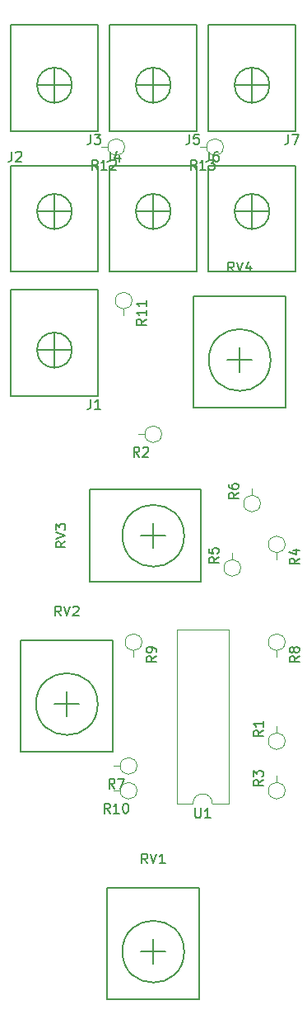
<source format=gbr>
%TF.GenerationSoftware,KiCad,Pcbnew,(5.1.6-0)*%
%TF.CreationDate,2022-12-01T22:05:58-05:00*%
%TF.ProjectId,MACRO,4d414352-4f2e-46b6-9963-61645f706362,rev?*%
%TF.SameCoordinates,Original*%
%TF.FileFunction,Legend,Top*%
%TF.FilePolarity,Positive*%
%FSLAX46Y46*%
G04 Gerber Fmt 4.6, Leading zero omitted, Abs format (unit mm)*
G04 Created by KiCad (PCBNEW (5.1.6-0)) date 2022-12-01 22:05:58*
%MOMM*%
%LPD*%
G01*
G04 APERTURE LIST*
%ADD10C,0.150000*%
%ADD11C,0.120000*%
G04 APERTURE END LIST*
D10*
%TO.C,RV3*%
X78510000Y-94056000D02*
X78510000Y-103556000D01*
X67160000Y-94056000D02*
X67160000Y-103556000D01*
X78510000Y-103556000D02*
X67160000Y-103556000D01*
X78510000Y-94056000D02*
X67160000Y-94056000D01*
X76835000Y-98806000D02*
G75*
G03*
X76835000Y-98806000I-3175000J0D01*
G01*
X74930000Y-98806000D02*
X72390000Y-98806000D01*
X73660000Y-97536000D02*
X73660000Y-100076000D01*
%TO.C,RV4*%
X87300000Y-85622000D02*
X77800000Y-85622000D01*
X87300000Y-74272000D02*
X77800000Y-74272000D01*
X77800000Y-85622000D02*
X77800000Y-74272000D01*
X87300000Y-85622000D02*
X87300000Y-74272000D01*
X85725000Y-80772000D02*
G75*
G03*
X85725000Y-80772000I-3175000J0D01*
G01*
X82550000Y-82042000D02*
X82550000Y-79502000D01*
X83820000Y-80772000D02*
X81280000Y-80772000D01*
D11*
%TO.C,R4*%
X87220000Y-99695000D02*
G75*
G03*
X87220000Y-99695000I-860000J0D01*
G01*
X86360000Y-100555000D02*
X86360000Y-101235000D01*
%TO.C,R6*%
X84680000Y-95504000D02*
G75*
G03*
X84680000Y-95504000I-860000J0D01*
G01*
X83820000Y-94644000D02*
X83820000Y-93964000D01*
%TO.C,R7*%
X71980000Y-122428000D02*
G75*
G03*
X71980000Y-122428000I-860000J0D01*
G01*
X70260000Y-122428000D02*
X69580000Y-122428000D01*
%TO.C,R8*%
X87220000Y-109728000D02*
G75*
G03*
X87220000Y-109728000I-860000J0D01*
G01*
X86360000Y-110588000D02*
X86360000Y-111268000D01*
%TO.C,R9*%
X72488000Y-109728000D02*
G75*
G03*
X72488000Y-109728000I-860000J0D01*
G01*
X71628000Y-110588000D02*
X71628000Y-111268000D01*
%TO.C,R10*%
X71980000Y-124968000D02*
G75*
G03*
X71980000Y-124968000I-860000J0D01*
G01*
X70260000Y-124968000D02*
X69580000Y-124968000D01*
%TO.C,R11*%
X71472000Y-74676000D02*
G75*
G03*
X71472000Y-74676000I-860000J0D01*
G01*
X70612000Y-75536000D02*
X70612000Y-76216000D01*
%TO.C,R12*%
X70710000Y-58928000D02*
G75*
G03*
X70710000Y-58928000I-860000J0D01*
G01*
X68990000Y-58928000D02*
X68310000Y-58928000D01*
%TO.C,R13*%
X80870000Y-58928000D02*
G75*
G03*
X80870000Y-58928000I-860000J0D01*
G01*
X79150000Y-58928000D02*
X78470000Y-58928000D01*
D10*
%TO.C,RV1*%
X78410000Y-146328000D02*
X68910000Y-146328000D01*
X78410000Y-134978000D02*
X68910000Y-134978000D01*
X68910000Y-146328000D02*
X68910000Y-134978000D01*
X78410000Y-146328000D02*
X78410000Y-134978000D01*
X76835000Y-141478000D02*
G75*
G03*
X76835000Y-141478000I-3175000J0D01*
G01*
X73660000Y-142748000D02*
X73660000Y-140208000D01*
X74930000Y-141478000D02*
X72390000Y-141478000D01*
%TO.C,RV2*%
X69520000Y-120928000D02*
X60020000Y-120928000D01*
X69520000Y-109578000D02*
X60020000Y-109578000D01*
X60020000Y-120928000D02*
X60020000Y-109578000D01*
X69520000Y-120928000D02*
X69520000Y-109578000D01*
X67945000Y-116078000D02*
G75*
G03*
X67945000Y-116078000I-3175000J0D01*
G01*
X64770000Y-117348000D02*
X64770000Y-114808000D01*
X66040000Y-116078000D02*
X63500000Y-116078000D01*
D11*
%TO.C,R5*%
X82648000Y-102108000D02*
G75*
G03*
X82648000Y-102108000I-860000J0D01*
G01*
X81788000Y-101248000D02*
X81788000Y-100568000D01*
%TO.C,R2*%
X74520000Y-88392000D02*
G75*
G03*
X74520000Y-88392000I-860000J0D01*
G01*
X72800000Y-88392000D02*
X72120000Y-88392000D01*
%TO.C,R3*%
X87220000Y-124968000D02*
G75*
G03*
X87220000Y-124968000I-860000J0D01*
G01*
X86360000Y-124108000D02*
X86360000Y-123428000D01*
D10*
%TO.C,J3*%
X59000000Y-46378000D02*
X68000000Y-46378000D01*
X59000000Y-57278000D02*
X68000000Y-57278000D01*
X59000000Y-46378000D02*
X59000000Y-57278000D01*
X68000000Y-46378000D02*
X68000000Y-57278000D01*
X65300000Y-52578000D02*
G75*
G03*
X65300000Y-52578000I-1800000J0D01*
G01*
X63500000Y-50778000D02*
X63500000Y-54378000D01*
X61700000Y-52578000D02*
X65300000Y-52578000D01*
%TO.C,J4*%
X78160000Y-71732000D02*
X69160000Y-71732000D01*
X78160000Y-60832000D02*
X69160000Y-60832000D01*
X78160000Y-71732000D02*
X78160000Y-60832000D01*
X69160000Y-71732000D02*
X69160000Y-60832000D01*
X75460000Y-65532000D02*
G75*
G03*
X75460000Y-65532000I-1800000J0D01*
G01*
X73660000Y-67332000D02*
X73660000Y-63732000D01*
X75460000Y-65532000D02*
X71860000Y-65532000D01*
%TO.C,J5*%
X69160000Y-46378000D02*
X78160000Y-46378000D01*
X69160000Y-57278000D02*
X78160000Y-57278000D01*
X69160000Y-46378000D02*
X69160000Y-57278000D01*
X78160000Y-46378000D02*
X78160000Y-57278000D01*
X75460000Y-52578000D02*
G75*
G03*
X75460000Y-52578000I-1800000J0D01*
G01*
X73660000Y-50778000D02*
X73660000Y-54378000D01*
X71860000Y-52578000D02*
X75460000Y-52578000D01*
%TO.C,J6*%
X88320000Y-71732000D02*
X79320000Y-71732000D01*
X88320000Y-60832000D02*
X79320000Y-60832000D01*
X88320000Y-71732000D02*
X88320000Y-60832000D01*
X79320000Y-71732000D02*
X79320000Y-60832000D01*
X85620000Y-65532000D02*
G75*
G03*
X85620000Y-65532000I-1800000J0D01*
G01*
X83820000Y-67332000D02*
X83820000Y-63732000D01*
X85620000Y-65532000D02*
X82020000Y-65532000D01*
%TO.C,J7*%
X79320000Y-46378000D02*
X88320000Y-46378000D01*
X79320000Y-57278000D02*
X88320000Y-57278000D01*
X79320000Y-46378000D02*
X79320000Y-57278000D01*
X88320000Y-46378000D02*
X88320000Y-57278000D01*
X85620000Y-52578000D02*
G75*
G03*
X85620000Y-52578000I-1800000J0D01*
G01*
X83820000Y-50778000D02*
X83820000Y-54378000D01*
X82020000Y-52578000D02*
X85620000Y-52578000D01*
D11*
%TO.C,R1*%
X87220000Y-119888000D02*
G75*
G03*
X87220000Y-119888000I-860000J0D01*
G01*
X86360000Y-119028000D02*
X86360000Y-118348000D01*
D10*
%TO.C,J1*%
X59000000Y-73556000D02*
X68000000Y-73556000D01*
X59000000Y-84456000D02*
X68000000Y-84456000D01*
X59000000Y-73556000D02*
X59000000Y-84456000D01*
X68000000Y-73556000D02*
X68000000Y-84456000D01*
X65300000Y-79756000D02*
G75*
G03*
X65300000Y-79756000I-1800000J0D01*
G01*
X63500000Y-77956000D02*
X63500000Y-81556000D01*
X61700000Y-79756000D02*
X65300000Y-79756000D01*
%TO.C,J2*%
X68000000Y-71732000D02*
X59000000Y-71732000D01*
X68000000Y-60832000D02*
X59000000Y-60832000D01*
X68000000Y-71732000D02*
X68000000Y-60832000D01*
X59000000Y-71732000D02*
X59000000Y-60832000D01*
X65300000Y-65532000D02*
G75*
G03*
X65300000Y-65532000I-1800000J0D01*
G01*
X63500000Y-67332000D02*
X63500000Y-63732000D01*
X65300000Y-65532000D02*
X61700000Y-65532000D01*
D11*
%TO.C,U1*%
X79740000Y-126298000D02*
X81390000Y-126298000D01*
X81390000Y-126298000D02*
X81390000Y-108398000D01*
X81390000Y-108398000D02*
X76090000Y-108398000D01*
X76090000Y-108398000D02*
X76090000Y-126298000D01*
X76090000Y-126298000D02*
X77740000Y-126298000D01*
X77740000Y-126298000D02*
G75*
G02*
X79740000Y-126298000I1000000J0D01*
G01*
%TO.C,RV3*%
D10*
X64612380Y-99401238D02*
X64136190Y-99734571D01*
X64612380Y-99972666D02*
X63612380Y-99972666D01*
X63612380Y-99591714D01*
X63660000Y-99496476D01*
X63707619Y-99448857D01*
X63802857Y-99401238D01*
X63945714Y-99401238D01*
X64040952Y-99448857D01*
X64088571Y-99496476D01*
X64136190Y-99591714D01*
X64136190Y-99972666D01*
X63612380Y-99115523D02*
X64612380Y-98782190D01*
X63612380Y-98448857D01*
X63612380Y-98210761D02*
X63612380Y-97591714D01*
X63993333Y-97925047D01*
X63993333Y-97782190D01*
X64040952Y-97686952D01*
X64088571Y-97639333D01*
X64183809Y-97591714D01*
X64421904Y-97591714D01*
X64517142Y-97639333D01*
X64564761Y-97686952D01*
X64612380Y-97782190D01*
X64612380Y-98067904D01*
X64564761Y-98163142D01*
X64517142Y-98210761D01*
%TO.C,RV4*%
X81954761Y-71724380D02*
X81621428Y-71248190D01*
X81383333Y-71724380D02*
X81383333Y-70724380D01*
X81764285Y-70724380D01*
X81859523Y-70772000D01*
X81907142Y-70819619D01*
X81954761Y-70914857D01*
X81954761Y-71057714D01*
X81907142Y-71152952D01*
X81859523Y-71200571D01*
X81764285Y-71248190D01*
X81383333Y-71248190D01*
X82240476Y-70724380D02*
X82573809Y-71724380D01*
X82907142Y-70724380D01*
X83669047Y-71057714D02*
X83669047Y-71724380D01*
X83430952Y-70676761D02*
X83192857Y-71391047D01*
X83811904Y-71391047D01*
%TO.C,R4*%
X88672380Y-101131666D02*
X88196190Y-101465000D01*
X88672380Y-101703095D02*
X87672380Y-101703095D01*
X87672380Y-101322142D01*
X87720000Y-101226904D01*
X87767619Y-101179285D01*
X87862857Y-101131666D01*
X88005714Y-101131666D01*
X88100952Y-101179285D01*
X88148571Y-101226904D01*
X88196190Y-101322142D01*
X88196190Y-101703095D01*
X88005714Y-100274523D02*
X88672380Y-100274523D01*
X87624761Y-100512619D02*
X88339047Y-100750714D01*
X88339047Y-100131666D01*
%TO.C,R6*%
X82412380Y-94400666D02*
X81936190Y-94734000D01*
X82412380Y-94972095D02*
X81412380Y-94972095D01*
X81412380Y-94591142D01*
X81460000Y-94495904D01*
X81507619Y-94448285D01*
X81602857Y-94400666D01*
X81745714Y-94400666D01*
X81840952Y-94448285D01*
X81888571Y-94495904D01*
X81936190Y-94591142D01*
X81936190Y-94972095D01*
X81412380Y-93543523D02*
X81412380Y-93734000D01*
X81460000Y-93829238D01*
X81507619Y-93876857D01*
X81650476Y-93972095D01*
X81840952Y-94019714D01*
X82221904Y-94019714D01*
X82317142Y-93972095D01*
X82364761Y-93924476D01*
X82412380Y-93829238D01*
X82412380Y-93638761D01*
X82364761Y-93543523D01*
X82317142Y-93495904D01*
X82221904Y-93448285D01*
X81983809Y-93448285D01*
X81888571Y-93495904D01*
X81840952Y-93543523D01*
X81793333Y-93638761D01*
X81793333Y-93829238D01*
X81840952Y-93924476D01*
X81888571Y-93972095D01*
X81983809Y-94019714D01*
%TO.C,R7*%
X69683333Y-124740380D02*
X69350000Y-124264190D01*
X69111904Y-124740380D02*
X69111904Y-123740380D01*
X69492857Y-123740380D01*
X69588095Y-123788000D01*
X69635714Y-123835619D01*
X69683333Y-123930857D01*
X69683333Y-124073714D01*
X69635714Y-124168952D01*
X69588095Y-124216571D01*
X69492857Y-124264190D01*
X69111904Y-124264190D01*
X70016666Y-123740380D02*
X70683333Y-123740380D01*
X70254761Y-124740380D01*
%TO.C,R8*%
X88672380Y-111164666D02*
X88196190Y-111498000D01*
X88672380Y-111736095D02*
X87672380Y-111736095D01*
X87672380Y-111355142D01*
X87720000Y-111259904D01*
X87767619Y-111212285D01*
X87862857Y-111164666D01*
X88005714Y-111164666D01*
X88100952Y-111212285D01*
X88148571Y-111259904D01*
X88196190Y-111355142D01*
X88196190Y-111736095D01*
X88100952Y-110593238D02*
X88053333Y-110688476D01*
X88005714Y-110736095D01*
X87910476Y-110783714D01*
X87862857Y-110783714D01*
X87767619Y-110736095D01*
X87720000Y-110688476D01*
X87672380Y-110593238D01*
X87672380Y-110402761D01*
X87720000Y-110307523D01*
X87767619Y-110259904D01*
X87862857Y-110212285D01*
X87910476Y-110212285D01*
X88005714Y-110259904D01*
X88053333Y-110307523D01*
X88100952Y-110402761D01*
X88100952Y-110593238D01*
X88148571Y-110688476D01*
X88196190Y-110736095D01*
X88291428Y-110783714D01*
X88481904Y-110783714D01*
X88577142Y-110736095D01*
X88624761Y-110688476D01*
X88672380Y-110593238D01*
X88672380Y-110402761D01*
X88624761Y-110307523D01*
X88577142Y-110259904D01*
X88481904Y-110212285D01*
X88291428Y-110212285D01*
X88196190Y-110259904D01*
X88148571Y-110307523D01*
X88100952Y-110402761D01*
%TO.C,R9*%
X73940380Y-111164666D02*
X73464190Y-111498000D01*
X73940380Y-111736095D02*
X72940380Y-111736095D01*
X72940380Y-111355142D01*
X72988000Y-111259904D01*
X73035619Y-111212285D01*
X73130857Y-111164666D01*
X73273714Y-111164666D01*
X73368952Y-111212285D01*
X73416571Y-111259904D01*
X73464190Y-111355142D01*
X73464190Y-111736095D01*
X73940380Y-110688476D02*
X73940380Y-110498000D01*
X73892761Y-110402761D01*
X73845142Y-110355142D01*
X73702285Y-110259904D01*
X73511809Y-110212285D01*
X73130857Y-110212285D01*
X73035619Y-110259904D01*
X72988000Y-110307523D01*
X72940380Y-110402761D01*
X72940380Y-110593238D01*
X72988000Y-110688476D01*
X73035619Y-110736095D01*
X73130857Y-110783714D01*
X73368952Y-110783714D01*
X73464190Y-110736095D01*
X73511809Y-110688476D01*
X73559428Y-110593238D01*
X73559428Y-110402761D01*
X73511809Y-110307523D01*
X73464190Y-110259904D01*
X73368952Y-110212285D01*
%TO.C,R10*%
X69207142Y-127280380D02*
X68873809Y-126804190D01*
X68635714Y-127280380D02*
X68635714Y-126280380D01*
X69016666Y-126280380D01*
X69111904Y-126328000D01*
X69159523Y-126375619D01*
X69207142Y-126470857D01*
X69207142Y-126613714D01*
X69159523Y-126708952D01*
X69111904Y-126756571D01*
X69016666Y-126804190D01*
X68635714Y-126804190D01*
X70159523Y-127280380D02*
X69588095Y-127280380D01*
X69873809Y-127280380D02*
X69873809Y-126280380D01*
X69778571Y-126423238D01*
X69683333Y-126518476D01*
X69588095Y-126566095D01*
X70778571Y-126280380D02*
X70873809Y-126280380D01*
X70969047Y-126328000D01*
X71016666Y-126375619D01*
X71064285Y-126470857D01*
X71111904Y-126661333D01*
X71111904Y-126899428D01*
X71064285Y-127089904D01*
X71016666Y-127185142D01*
X70969047Y-127232761D01*
X70873809Y-127280380D01*
X70778571Y-127280380D01*
X70683333Y-127232761D01*
X70635714Y-127185142D01*
X70588095Y-127089904D01*
X70540476Y-126899428D01*
X70540476Y-126661333D01*
X70588095Y-126470857D01*
X70635714Y-126375619D01*
X70683333Y-126328000D01*
X70778571Y-126280380D01*
%TO.C,R11*%
X72924380Y-76588857D02*
X72448190Y-76922190D01*
X72924380Y-77160285D02*
X71924380Y-77160285D01*
X71924380Y-76779333D01*
X71972000Y-76684095D01*
X72019619Y-76636476D01*
X72114857Y-76588857D01*
X72257714Y-76588857D01*
X72352952Y-76636476D01*
X72400571Y-76684095D01*
X72448190Y-76779333D01*
X72448190Y-77160285D01*
X72924380Y-75636476D02*
X72924380Y-76207904D01*
X72924380Y-75922190D02*
X71924380Y-75922190D01*
X72067238Y-76017428D01*
X72162476Y-76112666D01*
X72210095Y-76207904D01*
X72924380Y-74684095D02*
X72924380Y-75255523D01*
X72924380Y-74969809D02*
X71924380Y-74969809D01*
X72067238Y-75065047D01*
X72162476Y-75160285D01*
X72210095Y-75255523D01*
%TO.C,R12*%
X67937142Y-61240380D02*
X67603809Y-60764190D01*
X67365714Y-61240380D02*
X67365714Y-60240380D01*
X67746666Y-60240380D01*
X67841904Y-60288000D01*
X67889523Y-60335619D01*
X67937142Y-60430857D01*
X67937142Y-60573714D01*
X67889523Y-60668952D01*
X67841904Y-60716571D01*
X67746666Y-60764190D01*
X67365714Y-60764190D01*
X68889523Y-61240380D02*
X68318095Y-61240380D01*
X68603809Y-61240380D02*
X68603809Y-60240380D01*
X68508571Y-60383238D01*
X68413333Y-60478476D01*
X68318095Y-60526095D01*
X69270476Y-60335619D02*
X69318095Y-60288000D01*
X69413333Y-60240380D01*
X69651428Y-60240380D01*
X69746666Y-60288000D01*
X69794285Y-60335619D01*
X69841904Y-60430857D01*
X69841904Y-60526095D01*
X69794285Y-60668952D01*
X69222857Y-61240380D01*
X69841904Y-61240380D01*
%TO.C,R13*%
X78097142Y-61240380D02*
X77763809Y-60764190D01*
X77525714Y-61240380D02*
X77525714Y-60240380D01*
X77906666Y-60240380D01*
X78001904Y-60288000D01*
X78049523Y-60335619D01*
X78097142Y-60430857D01*
X78097142Y-60573714D01*
X78049523Y-60668952D01*
X78001904Y-60716571D01*
X77906666Y-60764190D01*
X77525714Y-60764190D01*
X79049523Y-61240380D02*
X78478095Y-61240380D01*
X78763809Y-61240380D02*
X78763809Y-60240380D01*
X78668571Y-60383238D01*
X78573333Y-60478476D01*
X78478095Y-60526095D01*
X79382857Y-60240380D02*
X80001904Y-60240380D01*
X79668571Y-60621333D01*
X79811428Y-60621333D01*
X79906666Y-60668952D01*
X79954285Y-60716571D01*
X80001904Y-60811809D01*
X80001904Y-61049904D01*
X79954285Y-61145142D01*
X79906666Y-61192761D01*
X79811428Y-61240380D01*
X79525714Y-61240380D01*
X79430476Y-61192761D01*
X79382857Y-61145142D01*
%TO.C,RV1*%
X73064761Y-132430380D02*
X72731428Y-131954190D01*
X72493333Y-132430380D02*
X72493333Y-131430380D01*
X72874285Y-131430380D01*
X72969523Y-131478000D01*
X73017142Y-131525619D01*
X73064761Y-131620857D01*
X73064761Y-131763714D01*
X73017142Y-131858952D01*
X72969523Y-131906571D01*
X72874285Y-131954190D01*
X72493333Y-131954190D01*
X73350476Y-131430380D02*
X73683809Y-132430380D01*
X74017142Y-131430380D01*
X74874285Y-132430380D02*
X74302857Y-132430380D01*
X74588571Y-132430380D02*
X74588571Y-131430380D01*
X74493333Y-131573238D01*
X74398095Y-131668476D01*
X74302857Y-131716095D01*
%TO.C,RV2*%
X64174761Y-107030380D02*
X63841428Y-106554190D01*
X63603333Y-107030380D02*
X63603333Y-106030380D01*
X63984285Y-106030380D01*
X64079523Y-106078000D01*
X64127142Y-106125619D01*
X64174761Y-106220857D01*
X64174761Y-106363714D01*
X64127142Y-106458952D01*
X64079523Y-106506571D01*
X63984285Y-106554190D01*
X63603333Y-106554190D01*
X64460476Y-106030380D02*
X64793809Y-107030380D01*
X65127142Y-106030380D01*
X65412857Y-106125619D02*
X65460476Y-106078000D01*
X65555714Y-106030380D01*
X65793809Y-106030380D01*
X65889047Y-106078000D01*
X65936666Y-106125619D01*
X65984285Y-106220857D01*
X65984285Y-106316095D01*
X65936666Y-106458952D01*
X65365238Y-107030380D01*
X65984285Y-107030380D01*
%TO.C,R5*%
X80380380Y-101004666D02*
X79904190Y-101338000D01*
X80380380Y-101576095D02*
X79380380Y-101576095D01*
X79380380Y-101195142D01*
X79428000Y-101099904D01*
X79475619Y-101052285D01*
X79570857Y-101004666D01*
X79713714Y-101004666D01*
X79808952Y-101052285D01*
X79856571Y-101099904D01*
X79904190Y-101195142D01*
X79904190Y-101576095D01*
X79380380Y-100099904D02*
X79380380Y-100576095D01*
X79856571Y-100623714D01*
X79808952Y-100576095D01*
X79761333Y-100480857D01*
X79761333Y-100242761D01*
X79808952Y-100147523D01*
X79856571Y-100099904D01*
X79951809Y-100052285D01*
X80189904Y-100052285D01*
X80285142Y-100099904D01*
X80332761Y-100147523D01*
X80380380Y-100242761D01*
X80380380Y-100480857D01*
X80332761Y-100576095D01*
X80285142Y-100623714D01*
%TO.C,R2*%
X72223333Y-90704380D02*
X71890000Y-90228190D01*
X71651904Y-90704380D02*
X71651904Y-89704380D01*
X72032857Y-89704380D01*
X72128095Y-89752000D01*
X72175714Y-89799619D01*
X72223333Y-89894857D01*
X72223333Y-90037714D01*
X72175714Y-90132952D01*
X72128095Y-90180571D01*
X72032857Y-90228190D01*
X71651904Y-90228190D01*
X72604285Y-89799619D02*
X72651904Y-89752000D01*
X72747142Y-89704380D01*
X72985238Y-89704380D01*
X73080476Y-89752000D01*
X73128095Y-89799619D01*
X73175714Y-89894857D01*
X73175714Y-89990095D01*
X73128095Y-90132952D01*
X72556666Y-90704380D01*
X73175714Y-90704380D01*
%TO.C,R3*%
X84952380Y-123864666D02*
X84476190Y-124198000D01*
X84952380Y-124436095D02*
X83952380Y-124436095D01*
X83952380Y-124055142D01*
X84000000Y-123959904D01*
X84047619Y-123912285D01*
X84142857Y-123864666D01*
X84285714Y-123864666D01*
X84380952Y-123912285D01*
X84428571Y-123959904D01*
X84476190Y-124055142D01*
X84476190Y-124436095D01*
X83952380Y-123531333D02*
X83952380Y-122912285D01*
X84333333Y-123245619D01*
X84333333Y-123102761D01*
X84380952Y-123007523D01*
X84428571Y-122959904D01*
X84523809Y-122912285D01*
X84761904Y-122912285D01*
X84857142Y-122959904D01*
X84904761Y-123007523D01*
X84952380Y-123102761D01*
X84952380Y-123388476D01*
X84904761Y-123483714D01*
X84857142Y-123531333D01*
%TO.C,J3*%
X67230666Y-57618380D02*
X67230666Y-58332666D01*
X67183047Y-58475523D01*
X67087809Y-58570761D01*
X66944952Y-58618380D01*
X66849714Y-58618380D01*
X67611619Y-57618380D02*
X68230666Y-57618380D01*
X67897333Y-57999333D01*
X68040190Y-57999333D01*
X68135428Y-58046952D01*
X68183047Y-58094571D01*
X68230666Y-58189809D01*
X68230666Y-58427904D01*
X68183047Y-58523142D01*
X68135428Y-58570761D01*
X68040190Y-58618380D01*
X67754476Y-58618380D01*
X67659238Y-58570761D01*
X67611619Y-58523142D01*
%TO.C,J4*%
X69262666Y-59396380D02*
X69262666Y-60110666D01*
X69215047Y-60253523D01*
X69119809Y-60348761D01*
X68976952Y-60396380D01*
X68881714Y-60396380D01*
X70167428Y-59729714D02*
X70167428Y-60396380D01*
X69929333Y-59348761D02*
X69691238Y-60063047D01*
X70310285Y-60063047D01*
%TO.C,J5*%
X77390666Y-57618380D02*
X77390666Y-58332666D01*
X77343047Y-58475523D01*
X77247809Y-58570761D01*
X77104952Y-58618380D01*
X77009714Y-58618380D01*
X78343047Y-57618380D02*
X77866857Y-57618380D01*
X77819238Y-58094571D01*
X77866857Y-58046952D01*
X77962095Y-57999333D01*
X78200190Y-57999333D01*
X78295428Y-58046952D01*
X78343047Y-58094571D01*
X78390666Y-58189809D01*
X78390666Y-58427904D01*
X78343047Y-58523142D01*
X78295428Y-58570761D01*
X78200190Y-58618380D01*
X77962095Y-58618380D01*
X77866857Y-58570761D01*
X77819238Y-58523142D01*
%TO.C,J6*%
X79422666Y-59396380D02*
X79422666Y-60110666D01*
X79375047Y-60253523D01*
X79279809Y-60348761D01*
X79136952Y-60396380D01*
X79041714Y-60396380D01*
X80327428Y-59396380D02*
X80136952Y-59396380D01*
X80041714Y-59444000D01*
X79994095Y-59491619D01*
X79898857Y-59634476D01*
X79851238Y-59824952D01*
X79851238Y-60205904D01*
X79898857Y-60301142D01*
X79946476Y-60348761D01*
X80041714Y-60396380D01*
X80232190Y-60396380D01*
X80327428Y-60348761D01*
X80375047Y-60301142D01*
X80422666Y-60205904D01*
X80422666Y-59967809D01*
X80375047Y-59872571D01*
X80327428Y-59824952D01*
X80232190Y-59777333D01*
X80041714Y-59777333D01*
X79946476Y-59824952D01*
X79898857Y-59872571D01*
X79851238Y-59967809D01*
%TO.C,J7*%
X87550666Y-57618380D02*
X87550666Y-58332666D01*
X87503047Y-58475523D01*
X87407809Y-58570761D01*
X87264952Y-58618380D01*
X87169714Y-58618380D01*
X87931619Y-57618380D02*
X88598285Y-57618380D01*
X88169714Y-58618380D01*
%TO.C,R1*%
X84952380Y-118784666D02*
X84476190Y-119118000D01*
X84952380Y-119356095D02*
X83952380Y-119356095D01*
X83952380Y-118975142D01*
X84000000Y-118879904D01*
X84047619Y-118832285D01*
X84142857Y-118784666D01*
X84285714Y-118784666D01*
X84380952Y-118832285D01*
X84428571Y-118879904D01*
X84476190Y-118975142D01*
X84476190Y-119356095D01*
X84952380Y-117832285D02*
X84952380Y-118403714D01*
X84952380Y-118118000D02*
X83952380Y-118118000D01*
X84095238Y-118213238D01*
X84190476Y-118308476D01*
X84238095Y-118403714D01*
%TO.C,J1*%
X67230666Y-84796380D02*
X67230666Y-85510666D01*
X67183047Y-85653523D01*
X67087809Y-85748761D01*
X66944952Y-85796380D01*
X66849714Y-85796380D01*
X68230666Y-85796380D02*
X67659238Y-85796380D01*
X67944952Y-85796380D02*
X67944952Y-84796380D01*
X67849714Y-84939238D01*
X67754476Y-85034476D01*
X67659238Y-85082095D01*
%TO.C,J2*%
X59102666Y-59396380D02*
X59102666Y-60110666D01*
X59055047Y-60253523D01*
X58959809Y-60348761D01*
X58816952Y-60396380D01*
X58721714Y-60396380D01*
X59531238Y-59491619D02*
X59578857Y-59444000D01*
X59674095Y-59396380D01*
X59912190Y-59396380D01*
X60007428Y-59444000D01*
X60055047Y-59491619D01*
X60102666Y-59586857D01*
X60102666Y-59682095D01*
X60055047Y-59824952D01*
X59483619Y-60396380D01*
X60102666Y-60396380D01*
%TO.C,U1*%
X77978095Y-126750380D02*
X77978095Y-127559904D01*
X78025714Y-127655142D01*
X78073333Y-127702761D01*
X78168571Y-127750380D01*
X78359047Y-127750380D01*
X78454285Y-127702761D01*
X78501904Y-127655142D01*
X78549523Y-127559904D01*
X78549523Y-126750380D01*
X79549523Y-127750380D02*
X78978095Y-127750380D01*
X79263809Y-127750380D02*
X79263809Y-126750380D01*
X79168571Y-126893238D01*
X79073333Y-126988476D01*
X78978095Y-127036095D01*
%TD*%
M02*

</source>
